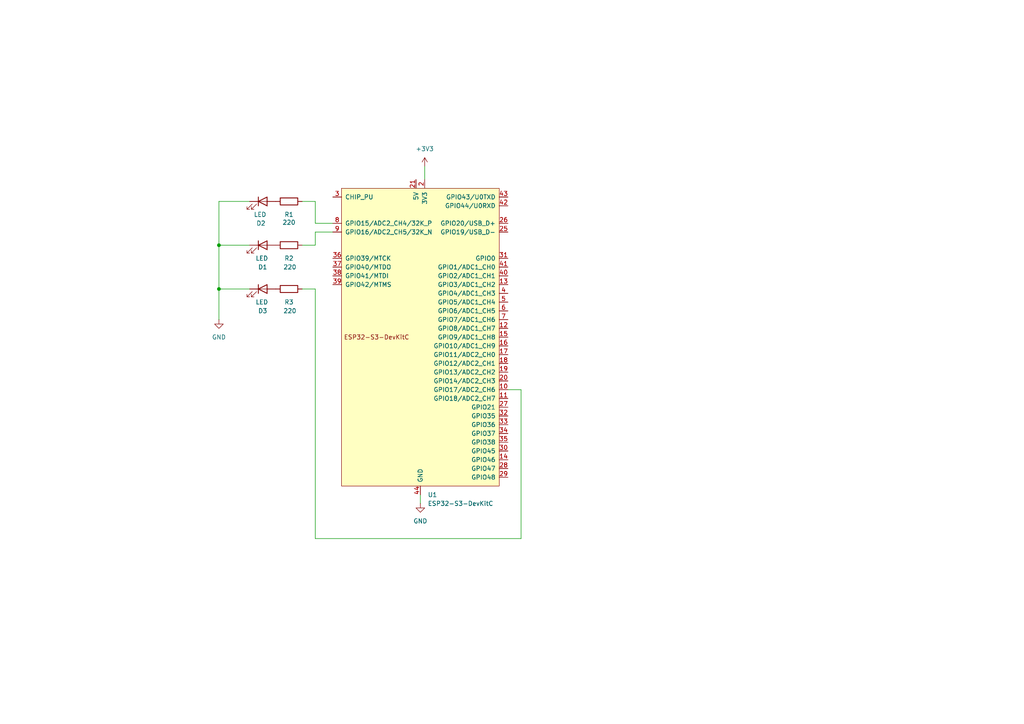
<source format=kicad_sch>
(kicad_sch (version 20250114) (generator "eeschema") (generator_version "9.0")
  (paper "A4")
  (lib_symbols
    (symbol "Device:LED" (pin_numbers (hide yes)) (pin_names (offset 1.016) (hide yes))
      (property "Reference" "D" (at 0 2.54 0))
      (property "Value" "LED" (at 0 -2.54 0))
      (symbol "LED_0_1"
        (polyline (pts (xy -3.048 -0.762) (xy -4.572 -2.286) (xy -3.81 -2.286) (xy -4.572 -2.286) (xy -4.572 -1.524)))
        (polyline (pts (xy -1.778 -0.762) (xy -3.302 -2.286) (xy -2.54 -2.286) (xy -3.302 -2.286) (xy -3.302 -1.524)))
        (polyline (pts (xy -1.27 0) (xy 1.27 0)))
        (polyline (pts (xy -1.27 -1.27) (xy -1.27 1.27)) (stroke (width 0.254)))
        (polyline (pts (xy 1.27 -1.27) (xy 1.27 1.27) (xy -1.27 0) (xy 1.27 -1.27)) (stroke (width 0.254)))
      )
      (symbol "LED_1_1"
        (pin passive line (at -3.81 0 0) (length 2.54) (name "K") (number "1"))
        (pin passive line (at 3.81 0 180) (length 2.54) (name "A") (number "2"))
      )
    )
    (symbol "Device:R" (pin_numbers (hide yes)) (pin_names (offset 0))
      (property "Reference" "R" (at 2.032 0 90))
      (property "Value" "R" (at 0 0 90))
      (symbol "R_0_1"
        (rectangle (start -1.016 -2.54) (end 1.016 2.54) (stroke (width 0.254)))
      )
      (symbol "R_1_1"
        (pin passive line (at 0 3.81 270) (length 1.27) (name "~") (number "1"))
        (pin passive line (at 0 -3.81 90) (length 1.27) (name "~") (number "2"))
      )
    )
    (symbol "PCM_Espressif:ESP32-S3-DevKitC" (pin_names (offset 1.016))
      (property "Reference" "U" (at -22.86 48.26 0))
      (property "Value" "ESP32-S3-DevKitC" (at -22.86 45.72 0))
      (symbol "ESP32-S3-DevKitC_0_0"
        (text "ESP32-S3-DevKitC" (at -12.7 0 0) (effects (font (size 1.27 1.27))))
        (pin bidirectional line (at -25.4 15.24 0) (length 2.54) (name "GPIO42/MTMS") (number "39"))
        (pin power_in line (at 0 -45.72 90) (length 2.54) (name "GND") (number "44"))
        (pin bidirectional line (at 25.4 40.64 180) (length 2.54) (name "GPIO43/U0TXD") (number "43"))
        (pin bidirectional line (at 25.4 38.1 180) (length 2.54) (name "GPIO44/U0RXD") (number "42"))
        (pin bidirectional line (at 25.4 20.32 180) (length 2.54) (name "GPIO1/ADC1_CH0") (number "41"))
        (pin bidirectional line (at 25.4 17.78 180) (length 2.54) (name "GPIO2/ADC1_CH1") (number "40"))
        (pin bidirectional line (at 25.4 -10.16 180) (length 2.54) (name "GPIO13/ADC2_CH2") (number "19"))
        (pin bidirectional line (at 25.4 -35.56 180) (length 2.54) (name "GPIO46") (number "14"))
      )
      (symbol "ESP32-S3-DevKitC_0_1"
        (rectangle (start -22.86 43.18) (end 22.86 -43.18) (fill (type background)))
        (pin power_in line (at 1.27 45.72 270) (length 2.54) (name "3V3") (number "2"))
      )
      (symbol "ESP32-S3-DevKitC_1_1"
        (pin input line (at -25.4 40.64 0) (length 2.54) (name "CHIP_PU") (number "3"))
        (pin bidirectional line (at -25.4 33.02 0) (length 2.54) (name "GPIO15/ADC2_CH4/32K_P") (number "8"))
        (pin bidirectional line (at -25.4 30.48 0) (length 2.54) (name "GPIO16/ADC2_CH5/32K_N") (number "9"))
        (pin bidirectional line (at -25.4 22.86 0) (length 2.54) (name "GPIO39/MTCK") (number "36"))
        (pin bidirectional line (at -25.4 20.32 0) (length 2.54) (name "GPIO40/MTDO") (number "37"))
        (pin bidirectional line (at -25.4 17.78 0) (length 2.54) (name "GPIO41/MTDI") (number "38"))
        (pin power_in line (at -1.27 45.72 270) (length 2.54) (name "5V") (number "21"))
        (pin passive line (at 0 -45.72 90) (length 2.54) (hide yes) (name "GND") (number "22"))
        (pin passive line (at 0 -45.72 90) (length 2.54) (hide yes) (name "GND") (number "23"))
        (pin passive line (at 0 -45.72 90) (length 2.54) (hide yes) (name "GND") (number "24"))
        (pin passive line (at 1.27 45.72 270) (length 2.54) (hide yes) (name "3V3") (number "1"))
        (pin bidirectional line (at 25.4 33.02 180) (length 2.54) (name "GPIO20/USB_D+") (number "26"))
        (pin bidirectional line (at 25.4 30.48 180) (length 2.54) (name "GPIO19/USB_D-") (number "25"))
        (pin bidirectional line (at 25.4 22.86 180) (length 2.54) (name "GPIO0") (number "31"))
        (pin bidirectional line (at 25.4 15.24 180) (length 2.54) (name "GPIO3/ADC1_CH2") (number "13"))
        (pin bidirectional line (at 25.4 12.7 180) (length 2.54) (name "GPIO4/ADC1_CH3") (number "4"))
        (pin bidirectional line (at 25.4 10.16 180) (length 2.54) (name "GPIO5/ADC1_CH4") (number "5"))
        (pin bidirectional line (at 25.4 7.62 180) (length 2.54) (name "GPIO6/ADC1_CH5") (number "6"))
        (pin bidirectional line (at 25.4 5.08 180) (length 2.54) (name "GPIO7/ADC1_CH6") (number "7"))
        (pin bidirectional line (at 25.4 2.54 180) (length 2.54) (name "GPIO8/ADC1_CH7") (number "12"))
        (pin bidirectional line (at 25.4 0 180) (length 2.54) (name "GPIO9/ADC1_CH8") (number "15"))
        (pin bidirectional line (at 25.4 -2.54 180) (length 2.54) (name "GPIO10/ADC1_CH9") (number "16"))
        (pin bidirectional line (at 25.4 -5.08 180) (length 2.54) (name "GPIO11/ADC2_CH0") (number "17"))
        (pin bidirectional line (at 25.4 -7.62 180) (length 2.54) (name "GPIO12/ADC2_CH1") (number "18"))
        (pin bidirectional line (at 25.4 -12.7 180) (length 2.54) (name "GPIO14/ADC2_CH3") (number "20"))
        (pin bidirectional line (at 25.4 -15.24 180) (length 2.54) (name "GPIO17/ADC2_CH6") (number "10"))
        (pin bidirectional line (at 25.4 -17.78 180) (length 2.54) (name "GPIO18/ADC2_CH7") (number "11"))
        (pin bidirectional line (at 25.4 -20.32 180) (length 2.54) (name "GPIO21") (number "27"))
        (pin bidirectional line (at 25.4 -22.86 180) (length 2.54) (name "GPIO35") (number "32"))
        (pin bidirectional line (at 25.4 -25.4 180) (length 2.54) (name "GPIO36") (number "33"))
        (pin bidirectional line (at 25.4 -27.94 180) (length 2.54) (name "GPIO37") (number "34"))
        (pin bidirectional line (at 25.4 -30.48 180) (length 2.54) (name "GPIO38") (number "35"))
        (pin bidirectional line (at 25.4 -33.02 180) (length 2.54) (name "GPIO45") (number "30"))
        (pin bidirectional line (at 25.4 -38.1 180) (length 2.54) (name "GPIO47") (number "28"))
        (pin bidirectional line (at 25.4 -40.64 180) (length 2.54) (name "GPIO48") (number "29"))
      )
    )
    (symbol "power:+3V3" (power) (pin_numbers (hide yes)) (pin_names (offset 0) (hide yes))
      (property "Value" "+3V3" (at 0 3.556 0))
      (symbol "+3V3_0_1"
        (polyline (pts (xy -0.762 1.27) (xy 0 2.54)))
        (polyline (pts (xy 0 2.54) (xy 0.762 1.27)))
        (polyline (pts (xy 0 0) (xy 0 2.54)))
      )
      (symbol "+3V3_1_1"
        (pin power_in line (at 0 0 90) (length 0) (name "~") (number "1"))
      )
    )
    (symbol "power:GND" (power) (pin_numbers (hide yes)) (pin_names (offset 0) (hide yes))
      (property "Value" "GND" (at 0 -3.81 0))
      (symbol "GND_0_1"
        (polyline (pts (xy 0 0) (xy 0 -1.27) (xy 1.27 -1.27) (xy 0 -2.54) (xy -1.27 -1.27) (xy 0 -1.27)))
      )
      (symbol "GND_1_1"
        (pin power_in line (at 0 0 270) (length 0) (name "~") (number "1"))
      )
    )
  )
  (junction (at 63.5 71.12))
  (junction (at 63.5 83.82))
  (wire (pts (xy 63.5 83.82) (xy 63.5 71.12)))
  (wire (pts (xy 151.13 113.03) (xy 151.13 156.21)))
  (wire (pts (xy 91.44 156.21) (xy 91.44 83.82)))
  (wire (pts (xy 63.5 92.71) (xy 63.5 83.82)))
  (wire (pts (xy 72.39 58.42) (xy 63.5 58.42)))
  (wire (pts (xy 91.44 71.12) (xy 91.44 67.31)))
  (wire (pts (xy 63.5 71.12) (xy 63.5 58.42)))
  (wire (pts (xy 63.5 83.82) (xy 72.39 83.82)))
  (wire (pts (xy 96.52 64.77) (xy 91.44 64.77)))
  (wire (pts (xy 91.44 58.42) (xy 87.63 58.42)))
  (wire (pts (xy 147.32 113.03) (xy 151.13 113.03)))
  (wire (pts (xy 91.44 67.31) (xy 96.52 67.31)))
  (wire (pts (xy 121.92 146.05) (xy 121.92 143.51)))
  (wire (pts (xy 123.19 48.26) (xy 123.19 52.07)))
  (wire (pts (xy 151.13 156.21) (xy 91.44 156.21)))
  (wire (pts (xy 91.44 83.82) (xy 87.63 83.82)))
  (wire (pts (xy 91.44 71.12) (xy 87.63 71.12)))
  (wire (pts (xy 91.44 64.77) (xy 91.44 58.42)))
  (wire (pts (xy 72.39 71.12) (xy 63.5 71.12)))
  (symbol (lib_id "Device:LED") (at 76.2 71.12 0) (unit 1)
    (property "Reference" "D1" (at 76.2 77.47 0))
    (property "Value" "LED" (at 75.946 74.93 0))
    (property "Description" "Light emitting diode" (effects (hide yes)))
    (property "Sim.Pins" "1=K 2=A" (effects (hide yes)))
  )
  (symbol (lib_id "power:GND") (at 63.5 92.71 0) (unit 1)
    (property "Reference" "#PWR03" (effects (hide yes)))
    (property "Value" "GND" (at 63.5 97.79 0))
    (property "Description" "Power symbol creates a global label with name \"GND\" , ground" (effects (hide yes)))
  )
  (symbol (lib_id "power:+3V3") (at 123.19 48.26 0) (unit 1)
    (property "Reference" "#PWR02" (effects (hide yes)))
    (property "Value" "+3V3" (at 123.19 43.18 0))
    (property "Description" "Power symbol creates a global label with name \"+3V3\"" (effects (hide yes)))
  )
  (symbol (lib_id "Device:LED") (at 76.2 83.82 0) (unit 1)
    (property "Reference" "D3" (at 76.2 90.17 0))
    (property "Value" "LED" (at 75.946 87.63 0))
    (property "Description" "Light emitting diode" (effects (hide yes)))
    (property "Sim.Pins" "1=K 2=A" (effects (hide yes)))
  )
  (symbol (lib_id "PCM_Espressif:ESP32-S3-DevKitC") (at 121.92 97.79 0) (unit 1)
    (property "Reference" "U1" (at 124.0633 143.51 0) (effects (justify left)))
    (property "Value" "ESP32-S3-DevKitC" (at 124.0633 146.05 0) (effects (justify left)))
    (property "Footprint" "PCM_Espressif:ESP32-S3-DevKitC" (effects (hide yes)))
    (property "Description" "ESP32-S3-DevKitC" (effects (hide yes)))
  )
  (symbol (lib_id "Device:LED") (at 76.2 58.42 0) (unit 1)
    (property "Reference" "D2" (at 75.692 64.77 0))
    (property "Value" "LED" (at 75.438 62.23 0))
    (property "Description" "Light emitting diode" (effects (hide yes)))
    (property "Sim.Pins" "1=K 2=A" (effects (hide yes)))
  )
  (symbol (lib_id "Device:R") (at 83.82 71.12 270) (unit 1)
    (property "Reference" "R2" (at 83.82 74.93 90))
    (property "Value" "220" (at 84.074 77.47 90))
    (property "Description" "Resistor" (effects (hide yes)))
  )
  (symbol (lib_id "power:GND") (at 121.92 146.05 0) (unit 1)
    (property "Reference" "#PWR01" (effects (hide yes)))
    (property "Value" "GND" (at 121.92 151.13 0))
    (property "Description" "Power symbol creates a global label with name \"GND\" , ground" (effects (hide yes)))
  )
  (symbol (lib_id "Device:R") (at 83.82 58.42 270) (unit 1)
    (property "Reference" "R1" (at 83.82 62.23 90))
    (property "Value" "220" (at 83.82 64.516 90))
    (property "Description" "Resistor" (effects (hide yes)))
  )
  (symbol (lib_id "Device:R") (at 83.82 83.82 270) (unit 1)
    (property "Reference" "R3" (at 83.82 87.63 90))
    (property "Value" "220" (at 84.074 90.17 90))
    (property "Description" "Resistor" (effects (hide yes)))
  )
)
</source>
